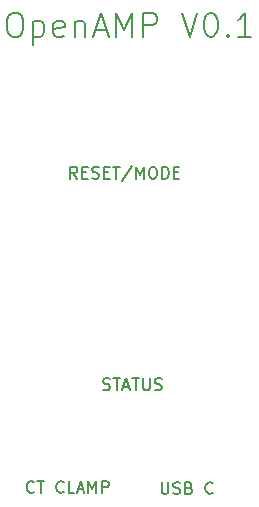
<source format=gto>
%TF.GenerationSoftware,KiCad,Pcbnew,7.0.2-6a45011f42~172~ubuntu22.04.1*%
%TF.CreationDate,2023-05-17T08:29:49+02:00*%
%TF.ProjectId,PowerMeterLC,506f7765-724d-4657-9465-724c432e6b69,rev?*%
%TF.SameCoordinates,Original*%
%TF.FileFunction,Legend,Top*%
%TF.FilePolarity,Positive*%
%FSLAX46Y46*%
G04 Gerber Fmt 4.6, Leading zero omitted, Abs format (unit mm)*
G04 Created by KiCad (PCBNEW 7.0.2-6a45011f42~172~ubuntu22.04.1) date 2023-05-17 08:29:49*
%MOMM*%
%LPD*%
G01*
G04 APERTURE LIST*
%ADD10C,0.200000*%
%ADD11C,0.150000*%
%ADD12C,0.300000*%
%ADD13C,0.250000*%
%ADD14C,0.000000*%
G04 APERTURE END LIST*
D10*
X17457142Y-151655238D02*
X17838095Y-151655238D01*
X17838095Y-151655238D02*
X18028571Y-151750476D01*
X18028571Y-151750476D02*
X18219047Y-151940952D01*
X18219047Y-151940952D02*
X18314285Y-152321904D01*
X18314285Y-152321904D02*
X18314285Y-152988571D01*
X18314285Y-152988571D02*
X18219047Y-153369523D01*
X18219047Y-153369523D02*
X18028571Y-153560000D01*
X18028571Y-153560000D02*
X17838095Y-153655238D01*
X17838095Y-153655238D02*
X17457142Y-153655238D01*
X17457142Y-153655238D02*
X17266666Y-153560000D01*
X17266666Y-153560000D02*
X17076190Y-153369523D01*
X17076190Y-153369523D02*
X16980952Y-152988571D01*
X16980952Y-152988571D02*
X16980952Y-152321904D01*
X16980952Y-152321904D02*
X17076190Y-151940952D01*
X17076190Y-151940952D02*
X17266666Y-151750476D01*
X17266666Y-151750476D02*
X17457142Y-151655238D01*
X19171428Y-152321904D02*
X19171428Y-154321904D01*
X19171428Y-152417142D02*
X19361904Y-152321904D01*
X19361904Y-152321904D02*
X19742857Y-152321904D01*
X19742857Y-152321904D02*
X19933333Y-152417142D01*
X19933333Y-152417142D02*
X20028571Y-152512380D01*
X20028571Y-152512380D02*
X20123809Y-152702857D01*
X20123809Y-152702857D02*
X20123809Y-153274285D01*
X20123809Y-153274285D02*
X20028571Y-153464761D01*
X20028571Y-153464761D02*
X19933333Y-153560000D01*
X19933333Y-153560000D02*
X19742857Y-153655238D01*
X19742857Y-153655238D02*
X19361904Y-153655238D01*
X19361904Y-153655238D02*
X19171428Y-153560000D01*
X21742857Y-153560000D02*
X21552381Y-153655238D01*
X21552381Y-153655238D02*
X21171428Y-153655238D01*
X21171428Y-153655238D02*
X20980952Y-153560000D01*
X20980952Y-153560000D02*
X20885714Y-153369523D01*
X20885714Y-153369523D02*
X20885714Y-152607619D01*
X20885714Y-152607619D02*
X20980952Y-152417142D01*
X20980952Y-152417142D02*
X21171428Y-152321904D01*
X21171428Y-152321904D02*
X21552381Y-152321904D01*
X21552381Y-152321904D02*
X21742857Y-152417142D01*
X21742857Y-152417142D02*
X21838095Y-152607619D01*
X21838095Y-152607619D02*
X21838095Y-152798095D01*
X21838095Y-152798095D02*
X20885714Y-152988571D01*
X22695238Y-152321904D02*
X22695238Y-153655238D01*
X22695238Y-152512380D02*
X22790476Y-152417142D01*
X22790476Y-152417142D02*
X22980952Y-152321904D01*
X22980952Y-152321904D02*
X23266667Y-152321904D01*
X23266667Y-152321904D02*
X23457143Y-152417142D01*
X23457143Y-152417142D02*
X23552381Y-152607619D01*
X23552381Y-152607619D02*
X23552381Y-153655238D01*
X24409524Y-153083809D02*
X25361905Y-153083809D01*
X24219048Y-153655238D02*
X24885714Y-151655238D01*
X24885714Y-151655238D02*
X25552381Y-153655238D01*
X26219048Y-153655238D02*
X26219048Y-151655238D01*
X26219048Y-151655238D02*
X26885715Y-153083809D01*
X26885715Y-153083809D02*
X27552381Y-151655238D01*
X27552381Y-151655238D02*
X27552381Y-153655238D01*
X28504762Y-153655238D02*
X28504762Y-151655238D01*
X28504762Y-151655238D02*
X29266667Y-151655238D01*
X29266667Y-151655238D02*
X29457143Y-151750476D01*
X29457143Y-151750476D02*
X29552381Y-151845714D01*
X29552381Y-151845714D02*
X29647619Y-152036190D01*
X29647619Y-152036190D02*
X29647619Y-152321904D01*
X29647619Y-152321904D02*
X29552381Y-152512380D01*
X29552381Y-152512380D02*
X29457143Y-152607619D01*
X29457143Y-152607619D02*
X29266667Y-152702857D01*
X29266667Y-152702857D02*
X28504762Y-152702857D01*
X31742858Y-151655238D02*
X32409524Y-153655238D01*
X32409524Y-153655238D02*
X33076191Y-151655238D01*
X34123810Y-151655238D02*
X34314287Y-151655238D01*
X34314287Y-151655238D02*
X34504763Y-151750476D01*
X34504763Y-151750476D02*
X34600001Y-151845714D01*
X34600001Y-151845714D02*
X34695239Y-152036190D01*
X34695239Y-152036190D02*
X34790477Y-152417142D01*
X34790477Y-152417142D02*
X34790477Y-152893333D01*
X34790477Y-152893333D02*
X34695239Y-153274285D01*
X34695239Y-153274285D02*
X34600001Y-153464761D01*
X34600001Y-153464761D02*
X34504763Y-153560000D01*
X34504763Y-153560000D02*
X34314287Y-153655238D01*
X34314287Y-153655238D02*
X34123810Y-153655238D01*
X34123810Y-153655238D02*
X33933334Y-153560000D01*
X33933334Y-153560000D02*
X33838096Y-153464761D01*
X33838096Y-153464761D02*
X33742858Y-153274285D01*
X33742858Y-153274285D02*
X33647620Y-152893333D01*
X33647620Y-152893333D02*
X33647620Y-152417142D01*
X33647620Y-152417142D02*
X33742858Y-152036190D01*
X33742858Y-152036190D02*
X33838096Y-151845714D01*
X33838096Y-151845714D02*
X33933334Y-151750476D01*
X33933334Y-151750476D02*
X34123810Y-151655238D01*
X35647620Y-153464761D02*
X35742858Y-153560000D01*
X35742858Y-153560000D02*
X35647620Y-153655238D01*
X35647620Y-153655238D02*
X35552382Y-153560000D01*
X35552382Y-153560000D02*
X35647620Y-153464761D01*
X35647620Y-153464761D02*
X35647620Y-153655238D01*
X37647620Y-153655238D02*
X36504763Y-153655238D01*
X37076191Y-153655238D02*
X37076191Y-151655238D01*
X37076191Y-151655238D02*
X36885715Y-151940952D01*
X36885715Y-151940952D02*
X36695239Y-152131428D01*
X36695239Y-152131428D02*
X36504763Y-152226666D01*
D11*
X25090476Y-183530000D02*
X25233333Y-183577619D01*
X25233333Y-183577619D02*
X25471428Y-183577619D01*
X25471428Y-183577619D02*
X25566666Y-183530000D01*
X25566666Y-183530000D02*
X25614285Y-183482380D01*
X25614285Y-183482380D02*
X25661904Y-183387142D01*
X25661904Y-183387142D02*
X25661904Y-183291904D01*
X25661904Y-183291904D02*
X25614285Y-183196666D01*
X25614285Y-183196666D02*
X25566666Y-183149047D01*
X25566666Y-183149047D02*
X25471428Y-183101428D01*
X25471428Y-183101428D02*
X25280952Y-183053809D01*
X25280952Y-183053809D02*
X25185714Y-183006190D01*
X25185714Y-183006190D02*
X25138095Y-182958571D01*
X25138095Y-182958571D02*
X25090476Y-182863333D01*
X25090476Y-182863333D02*
X25090476Y-182768095D01*
X25090476Y-182768095D02*
X25138095Y-182672857D01*
X25138095Y-182672857D02*
X25185714Y-182625238D01*
X25185714Y-182625238D02*
X25280952Y-182577619D01*
X25280952Y-182577619D02*
X25519047Y-182577619D01*
X25519047Y-182577619D02*
X25661904Y-182625238D01*
X25947619Y-182577619D02*
X26519047Y-182577619D01*
X26233333Y-183577619D02*
X26233333Y-182577619D01*
X26804762Y-183291904D02*
X27280952Y-183291904D01*
X26709524Y-183577619D02*
X27042857Y-182577619D01*
X27042857Y-182577619D02*
X27376190Y-183577619D01*
X27566667Y-182577619D02*
X28138095Y-182577619D01*
X27852381Y-183577619D02*
X27852381Y-182577619D01*
X28471429Y-182577619D02*
X28471429Y-183387142D01*
X28471429Y-183387142D02*
X28519048Y-183482380D01*
X28519048Y-183482380D02*
X28566667Y-183530000D01*
X28566667Y-183530000D02*
X28661905Y-183577619D01*
X28661905Y-183577619D02*
X28852381Y-183577619D01*
X28852381Y-183577619D02*
X28947619Y-183530000D01*
X28947619Y-183530000D02*
X28995238Y-183482380D01*
X28995238Y-183482380D02*
X29042857Y-183387142D01*
X29042857Y-183387142D02*
X29042857Y-182577619D01*
X29471429Y-183530000D02*
X29614286Y-183577619D01*
X29614286Y-183577619D02*
X29852381Y-183577619D01*
X29852381Y-183577619D02*
X29947619Y-183530000D01*
X29947619Y-183530000D02*
X29995238Y-183482380D01*
X29995238Y-183482380D02*
X30042857Y-183387142D01*
X30042857Y-183387142D02*
X30042857Y-183291904D01*
X30042857Y-183291904D02*
X29995238Y-183196666D01*
X29995238Y-183196666D02*
X29947619Y-183149047D01*
X29947619Y-183149047D02*
X29852381Y-183101428D01*
X29852381Y-183101428D02*
X29661905Y-183053809D01*
X29661905Y-183053809D02*
X29566667Y-183006190D01*
X29566667Y-183006190D02*
X29519048Y-182958571D01*
X29519048Y-182958571D02*
X29471429Y-182863333D01*
X29471429Y-182863333D02*
X29471429Y-182768095D01*
X29471429Y-182768095D02*
X29519048Y-182672857D01*
X29519048Y-182672857D02*
X29566667Y-182625238D01*
X29566667Y-182625238D02*
X29661905Y-182577619D01*
X29661905Y-182577619D02*
X29900000Y-182577619D01*
X29900000Y-182577619D02*
X30042857Y-182625238D01*
X22888690Y-165677619D02*
X22555357Y-165201428D01*
X22317262Y-165677619D02*
X22317262Y-164677619D01*
X22317262Y-164677619D02*
X22698214Y-164677619D01*
X22698214Y-164677619D02*
X22793452Y-164725238D01*
X22793452Y-164725238D02*
X22841071Y-164772857D01*
X22841071Y-164772857D02*
X22888690Y-164868095D01*
X22888690Y-164868095D02*
X22888690Y-165010952D01*
X22888690Y-165010952D02*
X22841071Y-165106190D01*
X22841071Y-165106190D02*
X22793452Y-165153809D01*
X22793452Y-165153809D02*
X22698214Y-165201428D01*
X22698214Y-165201428D02*
X22317262Y-165201428D01*
X23317262Y-165153809D02*
X23650595Y-165153809D01*
X23793452Y-165677619D02*
X23317262Y-165677619D01*
X23317262Y-165677619D02*
X23317262Y-164677619D01*
X23317262Y-164677619D02*
X23793452Y-164677619D01*
X24174405Y-165630000D02*
X24317262Y-165677619D01*
X24317262Y-165677619D02*
X24555357Y-165677619D01*
X24555357Y-165677619D02*
X24650595Y-165630000D01*
X24650595Y-165630000D02*
X24698214Y-165582380D01*
X24698214Y-165582380D02*
X24745833Y-165487142D01*
X24745833Y-165487142D02*
X24745833Y-165391904D01*
X24745833Y-165391904D02*
X24698214Y-165296666D01*
X24698214Y-165296666D02*
X24650595Y-165249047D01*
X24650595Y-165249047D02*
X24555357Y-165201428D01*
X24555357Y-165201428D02*
X24364881Y-165153809D01*
X24364881Y-165153809D02*
X24269643Y-165106190D01*
X24269643Y-165106190D02*
X24222024Y-165058571D01*
X24222024Y-165058571D02*
X24174405Y-164963333D01*
X24174405Y-164963333D02*
X24174405Y-164868095D01*
X24174405Y-164868095D02*
X24222024Y-164772857D01*
X24222024Y-164772857D02*
X24269643Y-164725238D01*
X24269643Y-164725238D02*
X24364881Y-164677619D01*
X24364881Y-164677619D02*
X24602976Y-164677619D01*
X24602976Y-164677619D02*
X24745833Y-164725238D01*
X25174405Y-165153809D02*
X25507738Y-165153809D01*
X25650595Y-165677619D02*
X25174405Y-165677619D01*
X25174405Y-165677619D02*
X25174405Y-164677619D01*
X25174405Y-164677619D02*
X25650595Y-164677619D01*
X25936310Y-164677619D02*
X26507738Y-164677619D01*
X26222024Y-165677619D02*
X26222024Y-164677619D01*
X27555357Y-164630000D02*
X26698215Y-165915714D01*
X27888691Y-165677619D02*
X27888691Y-164677619D01*
X27888691Y-164677619D02*
X28222024Y-165391904D01*
X28222024Y-165391904D02*
X28555357Y-164677619D01*
X28555357Y-164677619D02*
X28555357Y-165677619D01*
X29222024Y-164677619D02*
X29412500Y-164677619D01*
X29412500Y-164677619D02*
X29507738Y-164725238D01*
X29507738Y-164725238D02*
X29602976Y-164820476D01*
X29602976Y-164820476D02*
X29650595Y-165010952D01*
X29650595Y-165010952D02*
X29650595Y-165344285D01*
X29650595Y-165344285D02*
X29602976Y-165534761D01*
X29602976Y-165534761D02*
X29507738Y-165630000D01*
X29507738Y-165630000D02*
X29412500Y-165677619D01*
X29412500Y-165677619D02*
X29222024Y-165677619D01*
X29222024Y-165677619D02*
X29126786Y-165630000D01*
X29126786Y-165630000D02*
X29031548Y-165534761D01*
X29031548Y-165534761D02*
X28983929Y-165344285D01*
X28983929Y-165344285D02*
X28983929Y-165010952D01*
X28983929Y-165010952D02*
X29031548Y-164820476D01*
X29031548Y-164820476D02*
X29126786Y-164725238D01*
X29126786Y-164725238D02*
X29222024Y-164677619D01*
X30079167Y-165677619D02*
X30079167Y-164677619D01*
X30079167Y-164677619D02*
X30317262Y-164677619D01*
X30317262Y-164677619D02*
X30460119Y-164725238D01*
X30460119Y-164725238D02*
X30555357Y-164820476D01*
X30555357Y-164820476D02*
X30602976Y-164915714D01*
X30602976Y-164915714D02*
X30650595Y-165106190D01*
X30650595Y-165106190D02*
X30650595Y-165249047D01*
X30650595Y-165249047D02*
X30602976Y-165439523D01*
X30602976Y-165439523D02*
X30555357Y-165534761D01*
X30555357Y-165534761D02*
X30460119Y-165630000D01*
X30460119Y-165630000D02*
X30317262Y-165677619D01*
X30317262Y-165677619D02*
X30079167Y-165677619D01*
X31079167Y-165153809D02*
X31412500Y-165153809D01*
X31555357Y-165677619D02*
X31079167Y-165677619D01*
X31079167Y-165677619D02*
X31079167Y-164677619D01*
X31079167Y-164677619D02*
X31555357Y-164677619D01*
X19225118Y-192182380D02*
X19177499Y-192230000D01*
X19177499Y-192230000D02*
X19034642Y-192277619D01*
X19034642Y-192277619D02*
X18939404Y-192277619D01*
X18939404Y-192277619D02*
X18796547Y-192230000D01*
X18796547Y-192230000D02*
X18701309Y-192134761D01*
X18701309Y-192134761D02*
X18653690Y-192039523D01*
X18653690Y-192039523D02*
X18606071Y-191849047D01*
X18606071Y-191849047D02*
X18606071Y-191706190D01*
X18606071Y-191706190D02*
X18653690Y-191515714D01*
X18653690Y-191515714D02*
X18701309Y-191420476D01*
X18701309Y-191420476D02*
X18796547Y-191325238D01*
X18796547Y-191325238D02*
X18939404Y-191277619D01*
X18939404Y-191277619D02*
X19034642Y-191277619D01*
X19034642Y-191277619D02*
X19177499Y-191325238D01*
X19177499Y-191325238D02*
X19225118Y-191372857D01*
X19510833Y-191277619D02*
X20082261Y-191277619D01*
X19796547Y-192277619D02*
X19796547Y-191277619D01*
X21748928Y-192182380D02*
X21701309Y-192230000D01*
X21701309Y-192230000D02*
X21558452Y-192277619D01*
X21558452Y-192277619D02*
X21463214Y-192277619D01*
X21463214Y-192277619D02*
X21320357Y-192230000D01*
X21320357Y-192230000D02*
X21225119Y-192134761D01*
X21225119Y-192134761D02*
X21177500Y-192039523D01*
X21177500Y-192039523D02*
X21129881Y-191849047D01*
X21129881Y-191849047D02*
X21129881Y-191706190D01*
X21129881Y-191706190D02*
X21177500Y-191515714D01*
X21177500Y-191515714D02*
X21225119Y-191420476D01*
X21225119Y-191420476D02*
X21320357Y-191325238D01*
X21320357Y-191325238D02*
X21463214Y-191277619D01*
X21463214Y-191277619D02*
X21558452Y-191277619D01*
X21558452Y-191277619D02*
X21701309Y-191325238D01*
X21701309Y-191325238D02*
X21748928Y-191372857D01*
X22653690Y-192277619D02*
X22177500Y-192277619D01*
X22177500Y-192277619D02*
X22177500Y-191277619D01*
X22939405Y-191991904D02*
X23415595Y-191991904D01*
X22844167Y-192277619D02*
X23177500Y-191277619D01*
X23177500Y-191277619D02*
X23510833Y-192277619D01*
X23844167Y-192277619D02*
X23844167Y-191277619D01*
X23844167Y-191277619D02*
X24177500Y-191991904D01*
X24177500Y-191991904D02*
X24510833Y-191277619D01*
X24510833Y-191277619D02*
X24510833Y-192277619D01*
X24987024Y-192277619D02*
X24987024Y-191277619D01*
X24987024Y-191277619D02*
X25367976Y-191277619D01*
X25367976Y-191277619D02*
X25463214Y-191325238D01*
X25463214Y-191325238D02*
X25510833Y-191372857D01*
X25510833Y-191372857D02*
X25558452Y-191468095D01*
X25558452Y-191468095D02*
X25558452Y-191610952D01*
X25558452Y-191610952D02*
X25510833Y-191706190D01*
X25510833Y-191706190D02*
X25463214Y-191753809D01*
X25463214Y-191753809D02*
X25367976Y-191801428D01*
X25367976Y-191801428D02*
X24987024Y-191801428D01*
X30038095Y-191377619D02*
X30038095Y-192187142D01*
X30038095Y-192187142D02*
X30085714Y-192282380D01*
X30085714Y-192282380D02*
X30133333Y-192330000D01*
X30133333Y-192330000D02*
X30228571Y-192377619D01*
X30228571Y-192377619D02*
X30419047Y-192377619D01*
X30419047Y-192377619D02*
X30514285Y-192330000D01*
X30514285Y-192330000D02*
X30561904Y-192282380D01*
X30561904Y-192282380D02*
X30609523Y-192187142D01*
X30609523Y-192187142D02*
X30609523Y-191377619D01*
X31038095Y-192330000D02*
X31180952Y-192377619D01*
X31180952Y-192377619D02*
X31419047Y-192377619D01*
X31419047Y-192377619D02*
X31514285Y-192330000D01*
X31514285Y-192330000D02*
X31561904Y-192282380D01*
X31561904Y-192282380D02*
X31609523Y-192187142D01*
X31609523Y-192187142D02*
X31609523Y-192091904D01*
X31609523Y-192091904D02*
X31561904Y-191996666D01*
X31561904Y-191996666D02*
X31514285Y-191949047D01*
X31514285Y-191949047D02*
X31419047Y-191901428D01*
X31419047Y-191901428D02*
X31228571Y-191853809D01*
X31228571Y-191853809D02*
X31133333Y-191806190D01*
X31133333Y-191806190D02*
X31085714Y-191758571D01*
X31085714Y-191758571D02*
X31038095Y-191663333D01*
X31038095Y-191663333D02*
X31038095Y-191568095D01*
X31038095Y-191568095D02*
X31085714Y-191472857D01*
X31085714Y-191472857D02*
X31133333Y-191425238D01*
X31133333Y-191425238D02*
X31228571Y-191377619D01*
X31228571Y-191377619D02*
X31466666Y-191377619D01*
X31466666Y-191377619D02*
X31609523Y-191425238D01*
X32371428Y-191853809D02*
X32514285Y-191901428D01*
X32514285Y-191901428D02*
X32561904Y-191949047D01*
X32561904Y-191949047D02*
X32609523Y-192044285D01*
X32609523Y-192044285D02*
X32609523Y-192187142D01*
X32609523Y-192187142D02*
X32561904Y-192282380D01*
X32561904Y-192282380D02*
X32514285Y-192330000D01*
X32514285Y-192330000D02*
X32419047Y-192377619D01*
X32419047Y-192377619D02*
X32038095Y-192377619D01*
X32038095Y-192377619D02*
X32038095Y-191377619D01*
X32038095Y-191377619D02*
X32371428Y-191377619D01*
X32371428Y-191377619D02*
X32466666Y-191425238D01*
X32466666Y-191425238D02*
X32514285Y-191472857D01*
X32514285Y-191472857D02*
X32561904Y-191568095D01*
X32561904Y-191568095D02*
X32561904Y-191663333D01*
X32561904Y-191663333D02*
X32514285Y-191758571D01*
X32514285Y-191758571D02*
X32466666Y-191806190D01*
X32466666Y-191806190D02*
X32371428Y-191853809D01*
X32371428Y-191853809D02*
X32038095Y-191853809D01*
X34371428Y-192282380D02*
X34323809Y-192330000D01*
X34323809Y-192330000D02*
X34180952Y-192377619D01*
X34180952Y-192377619D02*
X34085714Y-192377619D01*
X34085714Y-192377619D02*
X33942857Y-192330000D01*
X33942857Y-192330000D02*
X33847619Y-192234761D01*
X33847619Y-192234761D02*
X33800000Y-192139523D01*
X33800000Y-192139523D02*
X33752381Y-191949047D01*
X33752381Y-191949047D02*
X33752381Y-191806190D01*
X33752381Y-191806190D02*
X33800000Y-191615714D01*
X33800000Y-191615714D02*
X33847619Y-191520476D01*
X33847619Y-191520476D02*
X33942857Y-191425238D01*
X33942857Y-191425238D02*
X34085714Y-191377619D01*
X34085714Y-191377619D02*
X34180952Y-191377619D01*
X34180952Y-191377619D02*
X34323809Y-191425238D01*
X34323809Y-191425238D02*
X34371428Y-191472857D01*
%LPC*%
D12*
X33500000Y-183200000D02*
G75*
G03*
X21738790Y-183441250I-6000000J5700000D01*
G01*
D13*
X32299999Y-181999999D02*
G75*
G03*
X22919700Y-182223436I-4799999J4499998D01*
G01*
D10*
X30899999Y-181199999D02*
G75*
G03*
X24001912Y-181107405I-3399999J3699998D01*
G01*
D14*
G36*
X28928750Y-184264937D02*
G01*
X27503969Y-185296812D01*
X26809437Y-184602281D01*
X26071250Y-185138062D01*
X26071250Y-184844375D01*
X26833250Y-184288750D01*
X27527781Y-184983281D01*
X28928750Y-183971250D01*
X28928750Y-184264937D01*
G37*
G36*
X27515875Y-186511250D02*
G01*
X28198500Y-185967531D01*
X28928750Y-185967531D01*
X28928750Y-186205656D01*
X28277875Y-186205656D01*
X27503969Y-186828750D01*
X26519719Y-185876250D01*
X26071250Y-186197719D01*
X26071250Y-185904031D01*
X26543531Y-185566687D01*
X27515875Y-186511250D01*
G37*
G36*
X22330677Y-194364564D02*
G01*
X22346606Y-194365657D01*
X22362241Y-194367479D01*
X22377581Y-194370029D01*
X22392626Y-194373308D01*
X22407377Y-194377315D01*
X22421834Y-194382052D01*
X22435996Y-194387516D01*
X22449863Y-194393710D01*
X22463436Y-194400632D01*
X22476714Y-194408283D01*
X22489698Y-194416662D01*
X22502387Y-194425770D01*
X22514782Y-194435606D01*
X22526882Y-194446172D01*
X22538687Y-194457466D01*
X22549981Y-194469271D01*
X22560546Y-194481371D01*
X22570383Y-194493766D01*
X22579491Y-194506455D01*
X22587870Y-194519439D01*
X22595521Y-194532717D01*
X22602443Y-194546290D01*
X22608636Y-194560157D01*
X22614101Y-194574319D01*
X22618837Y-194588775D01*
X22622845Y-194603526D01*
X22626124Y-194618572D01*
X22628674Y-194633912D01*
X22630496Y-194649547D01*
X22631589Y-194665476D01*
X22631953Y-194681700D01*
X22631589Y-194697924D01*
X22630496Y-194713853D01*
X22628674Y-194729488D01*
X22626124Y-194744828D01*
X22622845Y-194759873D01*
X22618837Y-194774624D01*
X22614101Y-194789081D01*
X22608636Y-194803243D01*
X22602443Y-194817110D01*
X22595521Y-194830683D01*
X22587870Y-194843961D01*
X22579491Y-194856945D01*
X22570383Y-194869634D01*
X22560546Y-194882029D01*
X22549981Y-194894129D01*
X22538687Y-194905934D01*
X22526882Y-194917228D01*
X22514782Y-194927793D01*
X22502387Y-194937630D01*
X22489698Y-194946738D01*
X22476714Y-194955117D01*
X22463436Y-194962768D01*
X22449863Y-194969690D01*
X22435996Y-194975883D01*
X22421834Y-194981348D01*
X22407377Y-194986084D01*
X22392626Y-194990092D01*
X22377581Y-194993371D01*
X22362241Y-194995921D01*
X22346606Y-194997743D01*
X22330677Y-194998836D01*
X22314453Y-194999200D01*
X22298229Y-194998836D01*
X22282300Y-194997743D01*
X22266665Y-194995921D01*
X22251325Y-194993371D01*
X22236279Y-194990092D01*
X22221528Y-194986084D01*
X22207072Y-194981348D01*
X22192910Y-194975883D01*
X22179043Y-194969690D01*
X22165470Y-194962768D01*
X22152192Y-194955117D01*
X22139208Y-194946738D01*
X22126519Y-194937630D01*
X22114124Y-194927793D01*
X22102024Y-194917228D01*
X22090219Y-194905934D01*
X22078925Y-194894129D01*
X22068359Y-194882029D01*
X22058523Y-194869634D01*
X22049415Y-194856945D01*
X22041036Y-194843961D01*
X22033385Y-194830683D01*
X22026463Y-194817110D01*
X22020269Y-194803243D01*
X22014805Y-194789081D01*
X22010068Y-194774624D01*
X22006061Y-194759873D01*
X22002782Y-194744828D01*
X22000232Y-194729488D01*
X21998410Y-194713853D01*
X21997317Y-194697924D01*
X21996953Y-194681700D01*
X21997317Y-194665476D01*
X21998410Y-194649547D01*
X22000232Y-194633912D01*
X22002782Y-194618572D01*
X22006061Y-194603526D01*
X22010068Y-194588775D01*
X22014805Y-194574319D01*
X22020269Y-194560157D01*
X22026463Y-194546290D01*
X22033385Y-194532717D01*
X22041036Y-194519439D01*
X22049415Y-194506455D01*
X22058523Y-194493766D01*
X22068359Y-194481371D01*
X22078925Y-194469271D01*
X22090219Y-194457466D01*
X22102024Y-194446172D01*
X22114124Y-194435606D01*
X22126519Y-194425770D01*
X22139208Y-194416662D01*
X22152192Y-194408283D01*
X22165470Y-194400632D01*
X22179043Y-194393710D01*
X22192910Y-194387516D01*
X22207072Y-194382052D01*
X22221528Y-194377315D01*
X22236279Y-194373308D01*
X22251325Y-194370029D01*
X22266665Y-194367479D01*
X22282300Y-194365657D01*
X22298229Y-194364564D01*
X22314453Y-194364200D01*
X22330677Y-194364564D01*
G37*
G36*
X23004814Y-194023066D02*
G01*
X23020084Y-194039476D01*
X23034952Y-194056242D01*
X23049416Y-194073365D01*
X23063477Y-194090845D01*
X23077135Y-194108681D01*
X23090390Y-194126873D01*
X23103242Y-194145423D01*
X23115691Y-194164328D01*
X23127737Y-194183591D01*
X23139379Y-194203210D01*
X23150619Y-194223185D01*
X23161455Y-194243517D01*
X23171889Y-194264206D01*
X23181919Y-194285251D01*
X23191547Y-194306653D01*
X23200678Y-194328349D01*
X23209220Y-194350278D01*
X23217173Y-194372440D01*
X23224537Y-194394834D01*
X23231312Y-194417460D01*
X23237497Y-194440319D01*
X23243094Y-194463411D01*
X23248101Y-194486735D01*
X23252520Y-194510292D01*
X23256349Y-194534081D01*
X23259589Y-194558103D01*
X23262240Y-194582357D01*
X23264302Y-194606844D01*
X23265775Y-194631563D01*
X23266658Y-194656515D01*
X23266953Y-194681700D01*
X23266658Y-194706404D01*
X23265775Y-194730906D01*
X23264302Y-194755207D01*
X23262240Y-194779306D01*
X23259589Y-194803204D01*
X23256349Y-194826900D01*
X23252520Y-194850395D01*
X23248101Y-194873688D01*
X23243094Y-194896780D01*
X23237497Y-194919670D01*
X23231312Y-194942358D01*
X23224537Y-194964845D01*
X23217173Y-194987131D01*
X23209220Y-195009215D01*
X23200678Y-195031097D01*
X23191547Y-195052778D01*
X23181919Y-195074195D01*
X23171889Y-195095287D01*
X23161455Y-195116053D01*
X23150619Y-195136494D01*
X23139379Y-195156609D01*
X23127737Y-195176398D01*
X23115691Y-195195862D01*
X23103242Y-195215001D01*
X23090390Y-195233814D01*
X23077135Y-195252301D01*
X23063477Y-195270462D01*
X23049416Y-195288299D01*
X23034952Y-195305809D01*
X23020084Y-195322994D01*
X23004814Y-195339854D01*
X22989140Y-195356387D01*
X22818484Y-195185731D01*
X22830243Y-195173693D01*
X22841708Y-195161392D01*
X22852877Y-195148826D01*
X22863753Y-195135998D01*
X22874333Y-195122906D01*
X22884620Y-195109550D01*
X22894611Y-195095930D01*
X22904308Y-195082048D01*
X22913711Y-195067901D01*
X22922819Y-195053491D01*
X22931632Y-195038818D01*
X22940151Y-195023881D01*
X22948375Y-195008680D01*
X22956305Y-194993216D01*
X22963940Y-194977488D01*
X22971281Y-194961497D01*
X22978250Y-194945289D01*
X22984769Y-194928910D01*
X22990838Y-194912360D01*
X22996458Y-194895640D01*
X23001628Y-194878750D01*
X23006349Y-194861689D01*
X23010620Y-194844457D01*
X23014441Y-194827055D01*
X23017813Y-194809483D01*
X23020735Y-194791740D01*
X23023208Y-194773826D01*
X23025231Y-194755742D01*
X23026805Y-194737487D01*
X23027929Y-194719062D01*
X23028603Y-194700466D01*
X23028828Y-194681700D01*
X23028611Y-194662941D01*
X23027960Y-194644369D01*
X23026875Y-194625982D01*
X23025355Y-194607782D01*
X23023402Y-194589768D01*
X23021014Y-194571939D01*
X23018193Y-194554297D01*
X23014937Y-194536841D01*
X23011248Y-194519570D01*
X23007124Y-194502486D01*
X23002566Y-194485588D01*
X22997574Y-194468876D01*
X22992148Y-194452350D01*
X22986288Y-194436010D01*
X22979994Y-194419855D01*
X22973265Y-194403887D01*
X22966150Y-194388121D01*
X22958693Y-194372572D01*
X22950895Y-194357239D01*
X22942756Y-194342124D01*
X22934276Y-194327225D01*
X22925454Y-194312544D01*
X22916292Y-194298080D01*
X22906789Y-194283833D01*
X22896945Y-194269803D01*
X22886759Y-194255989D01*
X22876233Y-194242393D01*
X22865365Y-194229014D01*
X22854156Y-194215852D01*
X22842607Y-194202907D01*
X22830716Y-194190180D01*
X22818484Y-194177669D01*
X22989140Y-194007012D01*
X23004814Y-194023066D01*
G37*
G36*
X21810422Y-194177669D02*
G01*
X21798663Y-194189707D01*
X21787198Y-194202008D01*
X21776028Y-194214573D01*
X21765153Y-194227402D01*
X21754572Y-194240494D01*
X21744286Y-194253850D01*
X21734295Y-194267469D01*
X21724597Y-194281352D01*
X21715195Y-194295499D01*
X21706087Y-194309909D01*
X21697274Y-194324582D01*
X21688755Y-194339519D01*
X21680530Y-194354720D01*
X21672601Y-194370184D01*
X21664965Y-194385912D01*
X21657625Y-194401903D01*
X21650656Y-194418111D01*
X21644137Y-194434490D01*
X21638068Y-194451040D01*
X21632448Y-194467760D01*
X21627278Y-194484650D01*
X21622557Y-194501711D01*
X21618286Y-194518942D01*
X21614465Y-194536345D01*
X21611093Y-194553917D01*
X21608170Y-194571660D01*
X21605698Y-194589574D01*
X21603675Y-194607658D01*
X21602101Y-194625913D01*
X21600977Y-194644338D01*
X21600303Y-194662934D01*
X21600078Y-194681700D01*
X21600295Y-194700458D01*
X21600946Y-194719031D01*
X21602031Y-194737417D01*
X21603551Y-194755618D01*
X21605504Y-194773632D01*
X21607891Y-194791461D01*
X21610713Y-194809103D01*
X21613969Y-194826559D01*
X21617658Y-194843830D01*
X21621782Y-194860914D01*
X21626340Y-194877812D01*
X21631332Y-194894524D01*
X21636758Y-194911050D01*
X21642618Y-194927390D01*
X21648912Y-194943544D01*
X21655640Y-194959512D01*
X21662756Y-194975279D01*
X21670213Y-194990828D01*
X21678011Y-195006161D01*
X21686150Y-195021276D01*
X21694630Y-195036174D01*
X21703452Y-195050856D01*
X21712614Y-195065320D01*
X21722117Y-195079567D01*
X21731961Y-195093597D01*
X21742147Y-195107410D01*
X21752673Y-195121006D01*
X21763541Y-195134385D01*
X21774749Y-195147547D01*
X21786299Y-195160492D01*
X21798190Y-195173220D01*
X21810422Y-195185731D01*
X21639765Y-195356387D01*
X21624092Y-195340334D01*
X21608822Y-195323924D01*
X21593954Y-195307158D01*
X21579490Y-195290035D01*
X21565429Y-195272555D01*
X21551771Y-195254719D01*
X21538516Y-195236527D01*
X21525664Y-195217977D01*
X21513215Y-195199071D01*
X21501169Y-195179809D01*
X21489527Y-195160190D01*
X21478287Y-195140215D01*
X21467450Y-195119882D01*
X21457017Y-195099194D01*
X21446986Y-195078149D01*
X21437359Y-195056747D01*
X21428228Y-195035050D01*
X21419686Y-195013122D01*
X21411733Y-194990960D01*
X21404369Y-194968566D01*
X21397594Y-194945940D01*
X21391409Y-194923081D01*
X21385812Y-194899989D01*
X21380805Y-194876665D01*
X21376386Y-194853108D01*
X21372557Y-194829319D01*
X21369317Y-194805297D01*
X21366666Y-194781043D01*
X21364604Y-194756556D01*
X21363131Y-194731836D01*
X21362248Y-194706884D01*
X21361953Y-194681700D01*
X21362248Y-194656515D01*
X21363131Y-194631563D01*
X21364604Y-194606844D01*
X21366666Y-194582357D01*
X21369317Y-194558103D01*
X21372557Y-194534081D01*
X21376386Y-194510292D01*
X21380805Y-194486735D01*
X21385812Y-194463411D01*
X21391409Y-194440319D01*
X21397594Y-194417460D01*
X21404369Y-194394834D01*
X21411733Y-194372440D01*
X21419686Y-194350278D01*
X21428228Y-194328349D01*
X21437359Y-194306653D01*
X21446986Y-194285251D01*
X21457017Y-194264206D01*
X21467450Y-194243517D01*
X21478287Y-194223185D01*
X21489527Y-194203210D01*
X21501169Y-194183591D01*
X21513215Y-194164328D01*
X21525664Y-194145423D01*
X21538516Y-194126873D01*
X21551771Y-194108681D01*
X21565429Y-194090845D01*
X21579490Y-194073365D01*
X21593954Y-194056242D01*
X21608822Y-194039476D01*
X21624092Y-194023066D01*
X21639765Y-194007012D01*
X21810422Y-194177669D01*
G37*
G36*
X23464049Y-193586100D02*
G01*
X23489792Y-193614199D01*
X23514837Y-193642841D01*
X23539184Y-193672025D01*
X23562834Y-193701752D01*
X23585786Y-193732021D01*
X23608041Y-193762834D01*
X23629597Y-193794188D01*
X23650457Y-193826085D01*
X23670618Y-193858525D01*
X23690082Y-193891508D01*
X23708848Y-193925033D01*
X23726917Y-193959101D01*
X23744288Y-193993711D01*
X23760962Y-194028864D01*
X23776937Y-194064559D01*
X23792076Y-194100689D01*
X23806238Y-194137144D01*
X23819423Y-194173925D01*
X23831632Y-194211031D01*
X23842864Y-194248463D01*
X23853119Y-194286220D01*
X23862397Y-194324303D01*
X23870699Y-194362712D01*
X23878024Y-194401446D01*
X23884373Y-194440505D01*
X23889744Y-194479891D01*
X23894139Y-194519601D01*
X23897558Y-194559638D01*
X23900000Y-194600000D01*
X23901465Y-194640687D01*
X23901953Y-194681700D01*
X23901465Y-194722713D01*
X23900000Y-194763400D01*
X23897558Y-194803762D01*
X23894139Y-194843799D01*
X23889744Y-194883509D01*
X23884373Y-194922894D01*
X23878024Y-194961954D01*
X23870699Y-195000688D01*
X23862397Y-195039097D01*
X23853119Y-195077180D01*
X23842864Y-195114937D01*
X23831632Y-195152369D01*
X23819423Y-195189475D01*
X23806238Y-195226256D01*
X23792076Y-195262711D01*
X23776937Y-195298841D01*
X23760962Y-195334536D01*
X23744288Y-195369689D01*
X23726917Y-195404299D01*
X23708848Y-195438367D01*
X23690082Y-195471892D01*
X23670618Y-195504874D01*
X23650457Y-195537314D01*
X23629597Y-195569211D01*
X23608041Y-195600566D01*
X23585786Y-195631378D01*
X23562834Y-195661648D01*
X23539184Y-195691375D01*
X23514837Y-195720559D01*
X23489792Y-195749201D01*
X23464049Y-195777300D01*
X23437609Y-195804856D01*
X23266953Y-195634200D01*
X23289479Y-195611139D01*
X23311415Y-195587598D01*
X23332763Y-195563576D01*
X23353521Y-195539074D01*
X23373691Y-195514091D01*
X23393271Y-195488627D01*
X23412262Y-195462683D01*
X23430664Y-195436258D01*
X23448477Y-195409353D01*
X23465700Y-195381967D01*
X23482335Y-195354101D01*
X23498381Y-195325754D01*
X23513837Y-195296926D01*
X23528704Y-195267618D01*
X23542982Y-195237829D01*
X23556672Y-195207559D01*
X23569648Y-195176902D01*
X23581786Y-195145951D01*
X23593088Y-195114705D01*
X23603553Y-195083164D01*
X23613180Y-195051329D01*
X23621970Y-195019199D01*
X23629923Y-194986774D01*
X23637039Y-194954055D01*
X23643318Y-194921042D01*
X23648759Y-194887734D01*
X23653363Y-194854131D01*
X23657131Y-194820234D01*
X23660061Y-194786042D01*
X23662154Y-194751556D01*
X23663409Y-194716775D01*
X23663828Y-194681700D01*
X23663417Y-194646632D01*
X23662185Y-194611875D01*
X23660131Y-194577427D01*
X23657255Y-194543290D01*
X23653557Y-194509462D01*
X23649038Y-194475945D01*
X23643697Y-194442738D01*
X23637535Y-194409841D01*
X23630551Y-194377253D01*
X23622745Y-194344976D01*
X23614118Y-194313009D01*
X23604669Y-194281352D01*
X23594398Y-194250005D01*
X23583306Y-194218968D01*
X23571392Y-194188242D01*
X23558656Y-194157825D01*
X23545192Y-194127780D01*
X23531092Y-194098170D01*
X23516356Y-194068993D01*
X23500985Y-194040251D01*
X23484978Y-194011942D01*
X23468336Y-193984068D01*
X23451058Y-193956628D01*
X23433144Y-193929622D01*
X23414595Y-193903050D01*
X23395410Y-193876912D01*
X23375590Y-193851208D01*
X23355134Y-193825938D01*
X23334042Y-193801103D01*
X23312314Y-193776701D01*
X23289951Y-193752733D01*
X23266953Y-193729200D01*
X23437609Y-193558544D01*
X23464049Y-193586100D01*
G37*
G36*
X21361953Y-193729200D02*
G01*
X21339427Y-193752261D01*
X21317491Y-193775802D01*
X21296143Y-193799824D01*
X21275385Y-193824326D01*
X21255215Y-193849309D01*
X21235635Y-193874772D01*
X21216644Y-193900717D01*
X21198242Y-193927141D01*
X21180429Y-193954047D01*
X21163205Y-193981433D01*
X21146571Y-194009299D01*
X21130525Y-194037646D01*
X21115069Y-194066474D01*
X21100202Y-194095782D01*
X21085923Y-194125571D01*
X21072234Y-194155841D01*
X21059258Y-194186498D01*
X21047119Y-194217449D01*
X21035818Y-194248695D01*
X21025353Y-194280236D01*
X21015726Y-194312071D01*
X21006936Y-194344201D01*
X20998983Y-194376626D01*
X20991867Y-194409344D01*
X20985588Y-194442358D01*
X20980147Y-194475666D01*
X20975542Y-194509269D01*
X20971775Y-194543166D01*
X20968845Y-194577357D01*
X20966752Y-194611844D01*
X20965497Y-194646625D01*
X20965078Y-194681700D01*
X20965489Y-194716768D01*
X20966721Y-194751525D01*
X20968775Y-194785973D01*
X20971651Y-194820110D01*
X20975349Y-194853937D01*
X20979868Y-194887455D01*
X20985209Y-194920662D01*
X20991371Y-194953559D01*
X20998355Y-194986146D01*
X21006161Y-195018423D01*
X21014788Y-195050391D01*
X21024237Y-195082048D01*
X21034508Y-195113394D01*
X21045600Y-195144431D01*
X21057514Y-195175158D01*
X21070250Y-195205575D01*
X21083714Y-195235620D01*
X21097814Y-195265230D01*
X21112550Y-195294407D01*
X21127921Y-195323149D01*
X21143928Y-195351458D01*
X21160570Y-195379332D01*
X21177848Y-195406772D01*
X21195762Y-195433778D01*
X21214311Y-195460350D01*
X21233496Y-195486488D01*
X21253316Y-195512192D01*
X21273772Y-195537462D01*
X21294864Y-195562297D01*
X21316591Y-195586699D01*
X21338954Y-195610666D01*
X21361953Y-195634200D01*
X21191297Y-195804856D01*
X21164856Y-195777780D01*
X21139114Y-195750131D01*
X21114069Y-195721908D01*
X21089722Y-195693111D01*
X21066072Y-195663741D01*
X21043120Y-195633797D01*
X21020865Y-195603279D01*
X20999308Y-195572188D01*
X20978449Y-195540523D01*
X20958288Y-195508285D01*
X20938824Y-195475473D01*
X20920057Y-195442088D01*
X20901989Y-195408128D01*
X20884618Y-195373596D01*
X20867944Y-195338489D01*
X20851969Y-195302809D01*
X20836830Y-195266664D01*
X20822668Y-195230163D01*
X20809483Y-195193304D01*
X20797274Y-195156090D01*
X20786042Y-195118518D01*
X20775787Y-195080590D01*
X20766509Y-195042306D01*
X20758207Y-195003665D01*
X20750882Y-194964667D01*
X20744533Y-194925313D01*
X20739162Y-194885602D01*
X20734766Y-194845535D01*
X20731348Y-194805111D01*
X20728906Y-194764331D01*
X20727441Y-194723194D01*
X20726953Y-194681700D01*
X20727441Y-194640206D01*
X20728906Y-194599069D01*
X20731348Y-194558289D01*
X20734766Y-194517865D01*
X20739162Y-194477798D01*
X20744533Y-194438087D01*
X20750882Y-194398733D01*
X20758207Y-194359735D01*
X20766509Y-194321094D01*
X20775787Y-194282810D01*
X20786042Y-194244882D01*
X20797274Y-194207310D01*
X20809483Y-194170096D01*
X20822668Y-194133237D01*
X20836830Y-194096736D01*
X20851969Y-194060591D01*
X20867944Y-194024911D01*
X20884618Y-193989804D01*
X20901989Y-193955271D01*
X20920057Y-193921312D01*
X20938824Y-193887927D01*
X20958288Y-193855115D01*
X20978449Y-193822876D01*
X20999308Y-193791212D01*
X21020865Y-193760121D01*
X21043120Y-193729603D01*
X21066072Y-193699659D01*
X21089722Y-193670289D01*
X21114069Y-193641492D01*
X21139114Y-193613269D01*
X21164856Y-193585620D01*
X21191297Y-193558544D01*
X21361953Y-193729200D01*
G37*
G36*
X32694135Y-193657929D02*
G01*
X32376635Y-193657929D01*
X32376635Y-195007304D01*
X32964010Y-195007304D01*
X32964010Y-194594554D01*
X32797323Y-194594554D01*
X32797323Y-194023054D01*
X33368823Y-194023054D01*
X33368823Y-194594554D01*
X33202135Y-194594554D01*
X33202135Y-195007304D01*
X33201856Y-195019117D01*
X33201019Y-195030744D01*
X33199624Y-195042185D01*
X33197670Y-195053441D01*
X33195159Y-195064510D01*
X33192089Y-195075393D01*
X33188462Y-195086090D01*
X33184276Y-195096601D01*
X33179532Y-195106926D01*
X33174230Y-195117065D01*
X33168370Y-195127018D01*
X33161952Y-195136784D01*
X33154975Y-195146365D01*
X33147441Y-195155760D01*
X33139348Y-195164969D01*
X33130698Y-195173992D01*
X33121675Y-195182642D01*
X33112466Y-195190735D01*
X33103072Y-195198269D01*
X33093491Y-195205245D01*
X33083724Y-195211664D01*
X33073771Y-195217524D01*
X33063632Y-195222826D01*
X33053307Y-195227570D01*
X33042796Y-195231755D01*
X33032099Y-195235383D01*
X33021216Y-195238453D01*
X33010147Y-195240964D01*
X32998892Y-195242918D01*
X32987451Y-195244313D01*
X32975824Y-195245150D01*
X32964010Y-195245429D01*
X32376635Y-195245429D01*
X32376635Y-195685960D01*
X32386394Y-195691377D01*
X32395876Y-195697057D01*
X32405081Y-195703002D01*
X32414010Y-195709212D01*
X32422662Y-195715685D01*
X32431037Y-195722423D01*
X32439135Y-195729425D01*
X32446957Y-195736691D01*
X32454502Y-195744221D01*
X32461770Y-195752016D01*
X32468761Y-195760074D01*
X32475476Y-195768397D01*
X32481914Y-195776985D01*
X32488075Y-195785836D01*
X32493960Y-195794952D01*
X32499567Y-195804332D01*
X32504866Y-195813857D01*
X32509823Y-195823408D01*
X32514437Y-195832984D01*
X32518710Y-195842585D01*
X32522642Y-195852213D01*
X32526231Y-195861866D01*
X32529478Y-195871544D01*
X32532384Y-195881248D01*
X32534948Y-195890978D01*
X32537170Y-195900734D01*
X32539050Y-195910515D01*
X32540588Y-195920321D01*
X32541785Y-195930153D01*
X32542639Y-195940011D01*
X32543152Y-195949895D01*
X32543323Y-195959804D01*
X32543013Y-195975493D01*
X32542083Y-195990810D01*
X32540532Y-196005754D01*
X32538362Y-196020327D01*
X32535571Y-196034528D01*
X32532161Y-196048357D01*
X32528130Y-196061813D01*
X32523479Y-196074898D01*
X32518208Y-196087610D01*
X32512317Y-196099950D01*
X32505806Y-196111919D01*
X32498674Y-196123515D01*
X32490923Y-196134739D01*
X32482551Y-196145591D01*
X32473560Y-196156071D01*
X32463948Y-196166179D01*
X32453840Y-196175791D01*
X32443360Y-196184782D01*
X32432508Y-196193154D01*
X32421284Y-196200905D01*
X32409688Y-196208037D01*
X32397719Y-196214548D01*
X32385379Y-196220439D01*
X32372667Y-196225710D01*
X32359582Y-196230361D01*
X32346126Y-196234392D01*
X32332297Y-196237802D01*
X32318096Y-196240593D01*
X32303524Y-196242763D01*
X32288579Y-196244314D01*
X32273262Y-196245244D01*
X32257573Y-196245554D01*
X32241884Y-196245244D01*
X32226567Y-196244314D01*
X32211622Y-196242763D01*
X32197050Y-196240593D01*
X32182849Y-196237802D01*
X32169020Y-196234392D01*
X32155564Y-196230361D01*
X32142479Y-196225710D01*
X32129767Y-196220439D01*
X32117427Y-196214548D01*
X32105458Y-196208037D01*
X32093862Y-196200905D01*
X32082638Y-196193154D01*
X32071786Y-196184782D01*
X32061306Y-196175791D01*
X32051198Y-196166179D01*
X32041586Y-196156071D01*
X32032594Y-196145591D01*
X32024223Y-196134739D01*
X32016471Y-196123515D01*
X32009340Y-196111919D01*
X32002829Y-196099950D01*
X31996938Y-196087610D01*
X31991667Y-196074898D01*
X31987016Y-196061813D01*
X31982985Y-196048357D01*
X31979574Y-196034528D01*
X31976784Y-196020327D01*
X31974613Y-196005754D01*
X31973063Y-195990810D01*
X31972133Y-195975493D01*
X31971823Y-195959804D01*
X31971993Y-195948952D01*
X31972505Y-195938224D01*
X31973358Y-195927620D01*
X31974551Y-195917140D01*
X31976086Y-195906784D01*
X31977962Y-195896552D01*
X31980179Y-195886444D01*
X31982737Y-195876460D01*
X31985636Y-195866600D01*
X31988876Y-195856864D01*
X31992457Y-195847253D01*
X31996380Y-195837765D01*
X32000643Y-195828401D01*
X32005247Y-195819161D01*
X32010193Y-195810046D01*
X32015479Y-195801054D01*
X32021076Y-195792233D01*
X32026951Y-195783629D01*
X32033106Y-195775242D01*
X32039540Y-195767071D01*
X32046253Y-195759118D01*
X32053244Y-195751382D01*
X32060515Y-195743864D01*
X32068065Y-195736562D01*
X32075894Y-195729477D01*
X32084002Y-195722609D01*
X32092389Y-195715958D01*
X32101055Y-195709525D01*
X32110001Y-195703308D01*
X32119225Y-195697308D01*
X32128728Y-195691526D01*
X32138510Y-195685960D01*
X32138510Y-195245429D01*
X31551135Y-195245429D01*
X31539322Y-195245150D01*
X31527695Y-195244313D01*
X31516254Y-195242918D01*
X31504999Y-195240964D01*
X31493930Y-195238453D01*
X31483047Y-195235383D01*
X31472350Y-195231755D01*
X31461839Y-195227570D01*
X31451514Y-195222826D01*
X31441375Y-195217524D01*
X31431422Y-195211664D01*
X31421655Y-195205245D01*
X31412074Y-195198269D01*
X31402679Y-195190735D01*
X31393471Y-195182642D01*
X31384448Y-195173992D01*
X31375797Y-195164969D01*
X31367705Y-195155760D01*
X31360170Y-195146365D01*
X31353194Y-195136784D01*
X31346776Y-195127018D01*
X31340916Y-195117065D01*
X31335614Y-195106926D01*
X31330870Y-195096601D01*
X31326684Y-195086090D01*
X31323056Y-195075393D01*
X31319987Y-195064510D01*
X31317475Y-195053441D01*
X31315522Y-195042185D01*
X31314127Y-195030744D01*
X31313290Y-195019117D01*
X31313010Y-195007304D01*
X31313010Y-194574710D01*
X31303228Y-194570112D01*
X31293725Y-194565247D01*
X31284501Y-194560114D01*
X31275555Y-194554715D01*
X31266889Y-194549049D01*
X31258502Y-194543116D01*
X31250394Y-194536916D01*
X31242565Y-194530450D01*
X31235015Y-194523716D01*
X31227744Y-194516715D01*
X31220753Y-194509448D01*
X31214040Y-194501913D01*
X31207606Y-194494112D01*
X31201451Y-194486043D01*
X31195576Y-194477708D01*
X31189979Y-194469106D01*
X31184693Y-194460295D01*
X31179747Y-194451332D01*
X31175143Y-194442218D01*
X31170880Y-194432951D01*
X31166957Y-194423534D01*
X31163376Y-194413964D01*
X31160136Y-194404243D01*
X31157237Y-194394370D01*
X31154679Y-194384346D01*
X31152462Y-194374169D01*
X31150586Y-194363842D01*
X31149051Y-194353362D01*
X31147858Y-194342731D01*
X31147005Y-194331948D01*
X31146494Y-194321013D01*
X31146323Y-194309927D01*
X31146633Y-194294102D01*
X31147563Y-194278658D01*
X31149114Y-194263595D01*
X31151284Y-194248912D01*
X31154074Y-194234611D01*
X31157485Y-194220690D01*
X31161516Y-194207150D01*
X31166167Y-194193991D01*
X31171438Y-194181213D01*
X31177329Y-194168815D01*
X31183840Y-194156799D01*
X31190971Y-194145163D01*
X31198723Y-194133908D01*
X31207094Y-194123034D01*
X31216086Y-194112541D01*
X31225698Y-194102429D01*
X31235806Y-194092817D01*
X31246286Y-194083825D01*
X31257138Y-194075454D01*
X31268362Y-194067702D01*
X31279958Y-194060571D01*
X31291926Y-194054060D01*
X31304267Y-194048169D01*
X31316979Y-194042898D01*
X31330064Y-194038247D01*
X31343520Y-194034216D01*
X31357349Y-194030805D01*
X31371550Y-194028015D01*
X31386122Y-194025844D01*
X31401067Y-194024294D01*
X31416384Y-194023364D01*
X31432073Y-194023054D01*
X31447762Y-194023364D01*
X31463079Y-194024294D01*
X31478024Y-194025844D01*
X31492596Y-194028015D01*
X31506797Y-194030805D01*
X31520626Y-194034216D01*
X31534082Y-194038247D01*
X31547167Y-194042898D01*
X31559879Y-194048169D01*
X31572219Y-194054060D01*
X31584188Y-194060571D01*
X31595784Y-194067702D01*
X31607008Y-194075454D01*
X31617860Y-194083825D01*
X31628340Y-194092817D01*
X31638448Y-194102429D01*
X31648060Y-194112543D01*
X31657051Y-194123042D01*
X31665423Y-194133926D01*
X31673175Y-194145195D01*
X31680306Y-194156849D01*
X31686817Y-194168887D01*
X31692708Y-194181310D01*
X31697979Y-194194118D01*
X31702630Y-194207311D01*
X31706661Y-194220888D01*
X31710072Y-194234851D01*
X31712862Y-194249198D01*
X31715032Y-194263930D01*
X31716583Y-194279047D01*
X31717513Y-194294549D01*
X31717823Y-194310435D01*
X31717652Y-194321562D01*
X31717141Y-194332532D01*
X31716288Y-194343344D01*
X31715094Y-194353998D01*
X31713560Y-194364494D01*
X31711684Y-194374832D01*
X31709467Y-194385013D01*
X31706909Y-194395036D01*
X31704010Y-194404901D01*
X31700770Y-194414608D01*
X31697189Y-194424158D01*
X31693266Y-194433549D01*
X31689003Y-194442783D01*
X31684399Y-194451859D01*
X31679453Y-194460778D01*
X31674167Y-194469538D01*
X31668570Y-194478088D01*
X31662695Y-194486375D01*
X31656540Y-194494397D01*
X31650106Y-194502157D01*
X31643393Y-194509652D01*
X31636402Y-194516884D01*
X31629131Y-194523853D01*
X31621581Y-194530558D01*
X31613752Y-194536999D01*
X31605644Y-194543177D01*
X31597257Y-194549092D01*
X31588591Y-194554742D01*
X31579645Y-194560130D01*
X31570421Y-194565253D01*
X31560918Y-194570114D01*
X31551135Y-194574710D01*
X31551135Y-195007304D01*
X32138510Y-195007304D01*
X32138510Y-193657929D01*
X31821010Y-193657929D01*
X32257573Y-193066585D01*
X32694135Y-193657929D01*
G37*
G36*
X28993860Y-154979675D02*
G01*
X29870729Y-155386036D01*
X28993860Y-155792396D01*
X28587500Y-156669264D01*
X28181140Y-155792396D01*
X27304271Y-155386036D01*
X28181140Y-154979675D01*
X28587500Y-154102806D01*
X28993860Y-154979675D01*
G37*
G36*
X31943343Y-156842308D02*
G01*
X31989847Y-156845500D01*
X32035482Y-156850820D01*
X32080248Y-156858267D01*
X32124145Y-156867843D01*
X32167172Y-156879547D01*
X32209330Y-156893378D01*
X32250619Y-156909338D01*
X32291039Y-156927425D01*
X32330589Y-156947640D01*
X32369270Y-156969984D01*
X32407081Y-156994455D01*
X32444024Y-157021054D01*
X32480097Y-157049781D01*
X32515301Y-157080636D01*
X32549635Y-157113619D01*
X32582476Y-157148094D01*
X32613197Y-157183430D01*
X32641800Y-157219626D01*
X32668284Y-157256683D01*
X32692650Y-157294599D01*
X32714896Y-157333376D01*
X32735024Y-157373013D01*
X32753033Y-157413511D01*
X32768924Y-157454869D01*
X32782696Y-157497087D01*
X32794349Y-157540166D01*
X32803883Y-157584104D01*
X32811298Y-157628904D01*
X32816595Y-157674563D01*
X32819773Y-157721083D01*
X32820833Y-157768463D01*
X32819774Y-157815837D01*
X32816596Y-157862341D01*
X32811301Y-157907977D01*
X32803888Y-157952742D01*
X32794356Y-157996639D01*
X32782707Y-158039667D01*
X32768939Y-158081825D01*
X32753053Y-158123113D01*
X32735049Y-158163533D01*
X32714927Y-158203083D01*
X32692687Y-158241764D01*
X32668329Y-158279576D01*
X32641852Y-158316518D01*
X32613258Y-158352591D01*
X32582545Y-158387795D01*
X32549714Y-158422129D01*
X32515396Y-158454970D01*
X32480222Y-158485691D01*
X32444192Y-158514294D01*
X32407305Y-158540778D01*
X32369562Y-158565144D01*
X32330962Y-158587390D01*
X32291507Y-158607518D01*
X32251195Y-158625528D01*
X32210026Y-158641418D01*
X32168002Y-158655190D01*
X32125121Y-158666843D01*
X32081384Y-158676377D01*
X32036791Y-158683793D01*
X31991341Y-158689090D01*
X31945035Y-158692268D01*
X31897873Y-158693327D01*
X31880614Y-158693224D01*
X31863452Y-158692914D01*
X31846386Y-158692397D01*
X31829416Y-158691673D01*
X31812542Y-158690743D01*
X31795765Y-158689606D01*
X31779084Y-158688263D01*
X31762499Y-158686712D01*
X31745343Y-158684749D01*
X31726946Y-158682165D01*
X31707309Y-158678961D01*
X31686432Y-158675137D01*
X31664314Y-158670693D01*
X31640957Y-158665628D01*
X31616359Y-158659944D01*
X31590520Y-158653639D01*
X29473853Y-160770306D01*
X29480158Y-160796144D01*
X29485843Y-160820742D01*
X29490907Y-160844100D01*
X29495351Y-160866217D01*
X29499175Y-160887095D01*
X29502379Y-160906732D01*
X29504963Y-160925129D01*
X29506927Y-160942285D01*
X29508477Y-160958870D01*
X29509820Y-160975551D01*
X29510957Y-160992328D01*
X29511888Y-161009202D01*
X29512611Y-161026172D01*
X29513128Y-161043238D01*
X29513438Y-161060400D01*
X29513542Y-161077659D01*
X29512478Y-161124821D01*
X29509286Y-161171127D01*
X29503966Y-161216576D01*
X29496518Y-161261170D01*
X29486942Y-161304907D01*
X29475239Y-161347787D01*
X29461407Y-161389812D01*
X29445448Y-161430980D01*
X29427360Y-161471292D01*
X29407145Y-161510748D01*
X29384802Y-161549347D01*
X29360331Y-161587090D01*
X29333731Y-161623977D01*
X29305004Y-161660007D01*
X29274149Y-161695182D01*
X29241167Y-161729500D01*
X29206691Y-161762330D01*
X29171355Y-161793043D01*
X29135159Y-161821638D01*
X29098103Y-161848114D01*
X29060186Y-161872472D01*
X29021409Y-161894713D01*
X28981772Y-161914835D01*
X28941274Y-161932839D01*
X28899916Y-161948725D01*
X28857698Y-161962492D01*
X28814619Y-161974142D01*
X28770681Y-161983674D01*
X28725881Y-161991087D01*
X28680222Y-161996382D01*
X28633702Y-161999560D01*
X28586322Y-162000619D01*
X28538948Y-161999560D01*
X28492444Y-161996382D01*
X28446809Y-161991087D01*
X28402043Y-161983674D01*
X28358146Y-161974142D01*
X28315119Y-161962492D01*
X28272960Y-161948725D01*
X28231672Y-161932839D01*
X28191252Y-161914835D01*
X28151702Y-161894713D01*
X28113021Y-161872472D01*
X28075210Y-161848114D01*
X28038267Y-161821638D01*
X28002194Y-161793043D01*
X27966991Y-161762330D01*
X27932656Y-161729500D01*
X27899816Y-161695182D01*
X27869094Y-161660007D01*
X27840491Y-161623977D01*
X27814007Y-161587090D01*
X27789641Y-161549347D01*
X27767395Y-161510748D01*
X27747267Y-161471292D01*
X27729257Y-161430980D01*
X27713367Y-161389812D01*
X27699595Y-161347787D01*
X27687942Y-161304907D01*
X27678408Y-161261170D01*
X27670992Y-161216576D01*
X27665695Y-161171127D01*
X27662517Y-161124821D01*
X27661458Y-161077659D01*
X27661561Y-161060400D01*
X27661871Y-161043238D01*
X27662388Y-161026172D01*
X27663112Y-161009202D01*
X27664042Y-160992328D01*
X27665179Y-160975551D01*
X27666522Y-160958870D01*
X27668073Y-160942285D01*
X27670036Y-160925129D01*
X27672620Y-160906732D01*
X27675824Y-160887095D01*
X27679648Y-160866217D01*
X27684092Y-160844100D01*
X27689157Y-160820742D01*
X27694841Y-160796144D01*
X27701146Y-160770306D01*
X26245937Y-159315098D01*
X26220099Y-159321402D01*
X26195501Y-159327087D01*
X26172143Y-159332151D01*
X26150026Y-159336595D01*
X26129149Y-159340419D01*
X26109512Y-159343623D01*
X26091115Y-159346207D01*
X26073958Y-159348171D01*
X26057370Y-159349721D01*
X26040679Y-159351065D01*
X26023884Y-159352202D01*
X26006986Y-159353132D01*
X25989984Y-159353855D01*
X25972879Y-159354372D01*
X25955671Y-159354682D01*
X25938359Y-159354786D01*
X25928592Y-159354165D01*
X25910867Y-159352305D01*
X25885184Y-159349204D01*
X25851543Y-159344864D01*
X25760386Y-159332461D01*
X25637396Y-159315098D01*
X22991563Y-161960931D01*
X22997867Y-161986769D01*
X23003551Y-162011367D01*
X23008616Y-162034725D01*
X23013060Y-162056843D01*
X23016884Y-162077720D01*
X23020088Y-162097357D01*
X23022672Y-162115754D01*
X23024635Y-162132910D01*
X23026186Y-162149495D01*
X23027529Y-162166176D01*
X23028666Y-162182953D01*
X23029596Y-162199827D01*
X23030320Y-162216796D01*
X23030836Y-162233863D01*
X23031147Y-162251025D01*
X23031250Y-162268284D01*
X23030186Y-162315446D01*
X23026994Y-162361752D01*
X23021674Y-162407201D01*
X23014226Y-162451795D01*
X23004651Y-162495532D01*
X22992947Y-162538412D01*
X22979116Y-162580437D01*
X22963156Y-162621605D01*
X22945069Y-162661917D01*
X22924853Y-162701373D01*
X22902510Y-162739972D01*
X22878039Y-162777715D01*
X22851440Y-162814602D01*
X22822712Y-162850633D01*
X22791857Y-162885807D01*
X22758875Y-162920125D01*
X22724399Y-162952956D01*
X22689064Y-162983668D01*
X22652868Y-163012263D01*
X22615812Y-163038739D01*
X22577896Y-163063098D01*
X22539119Y-163085338D01*
X22499483Y-163105460D01*
X22458986Y-163123464D01*
X22417629Y-163139350D01*
X22375412Y-163153118D01*
X22332334Y-163164767D01*
X22288397Y-163174299D01*
X22243599Y-163181712D01*
X22197941Y-163187008D01*
X22151423Y-163190185D01*
X22104044Y-163191244D01*
X22056669Y-163190180D01*
X22010162Y-163186988D01*
X21964526Y-163181668D01*
X21919758Y-163174220D01*
X21875861Y-163164645D01*
X21832832Y-163152941D01*
X21790673Y-163139110D01*
X21749383Y-163123150D01*
X21708963Y-163105063D01*
X21669412Y-163084847D01*
X21630731Y-163062504D01*
X21592919Y-163038033D01*
X21555976Y-163011434D01*
X21519903Y-162982707D01*
X21484699Y-162951852D01*
X21450365Y-162918869D01*
X21417524Y-162884393D01*
X21386803Y-162849058D01*
X21358200Y-162812861D01*
X21331715Y-162775805D01*
X21307350Y-162737888D01*
X21285103Y-162699111D01*
X21264975Y-162659474D01*
X21246966Y-162618976D01*
X21231076Y-162577618D01*
X21217304Y-162535400D01*
X21205651Y-162492322D01*
X21196117Y-162448383D01*
X21188701Y-162403584D01*
X21183404Y-162357924D01*
X21180226Y-162311404D01*
X21179167Y-162264024D01*
X21180226Y-162216651D01*
X21183403Y-162170146D01*
X21188698Y-162124511D01*
X21196112Y-162079745D01*
X21205643Y-162035848D01*
X21217293Y-161992821D01*
X21231060Y-161950663D01*
X21246946Y-161909374D01*
X21264950Y-161868955D01*
X21285072Y-161829404D01*
X21307313Y-161790723D01*
X21331671Y-161752912D01*
X21358147Y-161715969D01*
X21386742Y-161679896D01*
X21417454Y-161644692D01*
X21450285Y-161610358D01*
X21484603Y-161577518D01*
X21519777Y-161546796D01*
X21555808Y-161518193D01*
X21592695Y-161491709D01*
X21630438Y-161467344D01*
X21669037Y-161445097D01*
X21708493Y-161424969D01*
X21748805Y-161406960D01*
X21789973Y-161391069D01*
X21831997Y-161377298D01*
X21874878Y-161365645D01*
X21918615Y-161356110D01*
X21963208Y-161348695D01*
X22008658Y-161343398D01*
X22054964Y-161340220D01*
X22102126Y-161339161D01*
X22119385Y-161339264D01*
X22136547Y-161339574D01*
X22153614Y-161340091D01*
X22170583Y-161340814D01*
X22187457Y-161341744D01*
X22204234Y-161342881D01*
X22220915Y-161344225D01*
X22237500Y-161345775D01*
X22254657Y-161347739D01*
X22273053Y-161350322D01*
X22292690Y-161353526D01*
X22313568Y-161357351D01*
X22335685Y-161361795D01*
X22359043Y-161366859D01*
X22383641Y-161372543D01*
X22409479Y-161378848D01*
X25055313Y-158733015D01*
X25049008Y-158707177D01*
X25043323Y-158682579D01*
X25038259Y-158659221D01*
X25033815Y-158637103D01*
X25029991Y-158616226D01*
X25026787Y-158596589D01*
X25024203Y-158578192D01*
X25022240Y-158561035D01*
X25020689Y-158544451D01*
X25019345Y-158527770D01*
X25018209Y-158510993D01*
X25017278Y-158494119D01*
X25016555Y-158477149D01*
X25016038Y-158460083D01*
X25015728Y-158442921D01*
X25015625Y-158425662D01*
X25016689Y-158378500D01*
X25019881Y-158332194D01*
X25025201Y-158286744D01*
X25032648Y-158242151D01*
X25042224Y-158198414D01*
X25053928Y-158155533D01*
X25067759Y-158113509D01*
X25083719Y-158072341D01*
X25101806Y-158032029D01*
X25122021Y-157992573D01*
X25144365Y-157953974D01*
X25168836Y-157916231D01*
X25195435Y-157879344D01*
X25224162Y-157843313D01*
X25255017Y-157808139D01*
X25288000Y-157773821D01*
X25322475Y-157740990D01*
X25357811Y-157710277D01*
X25394007Y-157681683D01*
X25431064Y-157655206D01*
X25468980Y-157630848D01*
X25507757Y-157608608D01*
X25547394Y-157588486D01*
X25587892Y-157570482D01*
X25629250Y-157554596D01*
X25671468Y-157540828D01*
X25714547Y-157529178D01*
X25758485Y-157519647D01*
X25803285Y-157512233D01*
X25848944Y-157506938D01*
X25895464Y-157503761D01*
X25942844Y-157502702D01*
X25990218Y-157503768D01*
X26036722Y-157506967D01*
X26082358Y-157512299D01*
X26127124Y-157519763D01*
X26171020Y-157529359D01*
X26214048Y-157541088D01*
X26256206Y-157554950D01*
X26297495Y-157570945D01*
X26337914Y-157589071D01*
X26377464Y-157609331D01*
X26416145Y-157631723D01*
X26453957Y-157656248D01*
X26490899Y-157682905D01*
X26526972Y-157711695D01*
X26562176Y-157742618D01*
X26596510Y-157775673D01*
X26629351Y-157810225D01*
X26660072Y-157845640D01*
X26688675Y-157881916D01*
X26715159Y-157919055D01*
X26739525Y-157957057D01*
X26761771Y-157995920D01*
X26781899Y-158035645D01*
X26799909Y-158076233D01*
X26815799Y-158117683D01*
X26829571Y-158159995D01*
X26841224Y-158203169D01*
X26850758Y-158247205D01*
X26858174Y-158292104D01*
X26863471Y-158337864D01*
X26866649Y-158384487D01*
X26867708Y-158431972D01*
X26867088Y-158441757D01*
X26865228Y-158459498D01*
X26862127Y-158485195D01*
X26857786Y-158518848D01*
X26845384Y-158610020D01*
X26828020Y-158733015D01*
X28283229Y-160188223D01*
X28309067Y-160181919D01*
X28333665Y-160176234D01*
X28357023Y-160171170D01*
X28379140Y-160166726D01*
X28400018Y-160162901D01*
X28419655Y-160159697D01*
X28438052Y-160157114D01*
X28455208Y-160155150D01*
X28471745Y-160153600D01*
X28488281Y-160152256D01*
X28504817Y-160151119D01*
X28521354Y-160150189D01*
X28537890Y-160149466D01*
X28554427Y-160148949D01*
X28570963Y-160148639D01*
X28587500Y-160148535D01*
X28604036Y-160148639D01*
X28620572Y-160148949D01*
X28637109Y-160149466D01*
X28653646Y-160150189D01*
X28670182Y-160151119D01*
X28686719Y-160152256D01*
X28703255Y-160153600D01*
X28719792Y-160155150D01*
X28736948Y-160157114D01*
X28755345Y-160159697D01*
X28774982Y-160162901D01*
X28795859Y-160166726D01*
X28817977Y-160171170D01*
X28841334Y-160176234D01*
X28865932Y-160181919D01*
X28891771Y-160188223D01*
X31008438Y-158071556D01*
X31002133Y-158045718D01*
X30996448Y-158021120D01*
X30991384Y-157997762D01*
X30986940Y-157975645D01*
X30983116Y-157954768D01*
X30979912Y-157935131D01*
X30977328Y-157916734D01*
X30975364Y-157899577D01*
X30973814Y-157882993D01*
X30972470Y-157866312D01*
X30971333Y-157849534D01*
X30970403Y-157832661D01*
X30969680Y-157815691D01*
X30969163Y-157798625D01*
X30968853Y-157781462D01*
X30968749Y-157764203D01*
X30969813Y-157717041D01*
X30973005Y-157670735D01*
X30978325Y-157625286D01*
X30985773Y-157580692D01*
X30995349Y-157536955D01*
X31007052Y-157494074D01*
X31020884Y-157452050D01*
X31036843Y-157410882D01*
X31054931Y-157370570D01*
X31075146Y-157331114D01*
X31097489Y-157292515D01*
X31121960Y-157254772D01*
X31148560Y-157217885D01*
X31177287Y-157181854D01*
X31208142Y-157146680D01*
X31241125Y-157112362D01*
X31275600Y-157079531D01*
X31310936Y-157048819D01*
X31347132Y-157020224D01*
X31384188Y-156993748D01*
X31422105Y-156969390D01*
X31460882Y-156947149D01*
X31500519Y-156927027D01*
X31541017Y-156909023D01*
X31582375Y-156893138D01*
X31624593Y-156879370D01*
X31667672Y-156867720D01*
X31711610Y-156858189D01*
X31756410Y-156850775D01*
X31802069Y-156845480D01*
X31848589Y-156842303D01*
X31895969Y-156841244D01*
X31943343Y-156842308D01*
G37*
G36*
X23034597Y-156229355D02*
G01*
X23613333Y-156497286D01*
X23034597Y-156765216D01*
X22766667Y-157343952D01*
X22498736Y-156765216D01*
X21920000Y-156497286D01*
X22498736Y-156229355D01*
X22766667Y-155650619D01*
X23034597Y-156229355D01*
G37*
%LPD*%
M02*

</source>
